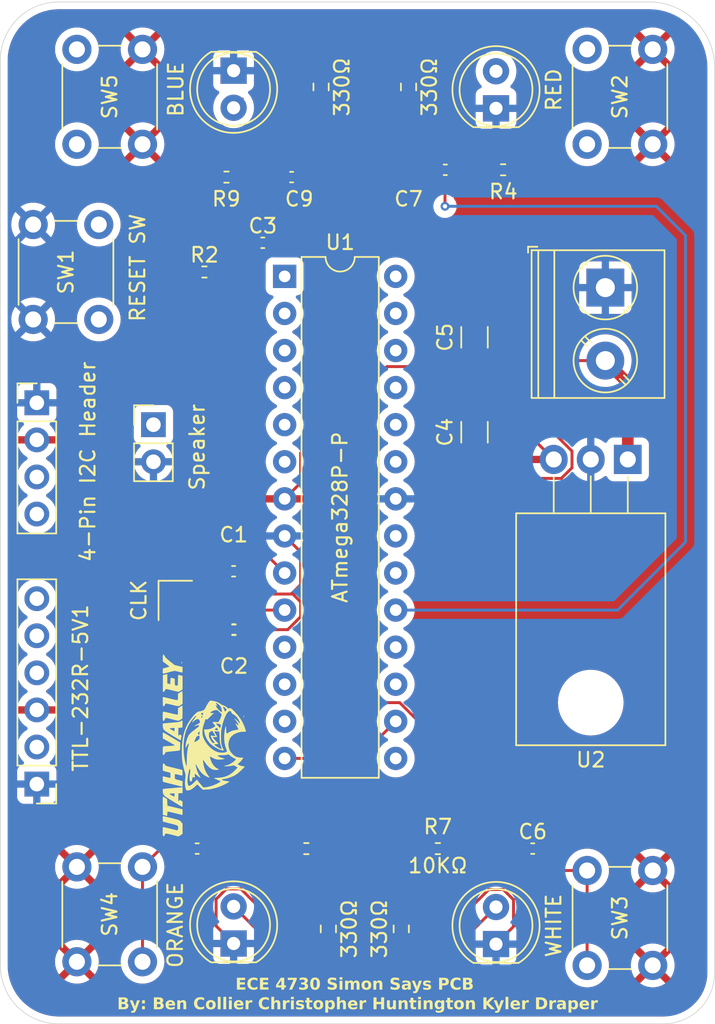
<source format=kicad_pcb>
(kicad_pcb (version 20240108) (generator "pcbnew") (generator_version "8.0")
  (title_block (title "ECE 4730 Simon Says PCB") (date "2024-04-01") (rev "1.0") (company "Utah Valley University"))
  (layers (0 "F.Cu" signal) (31 "B.Cu" signal) (34 "B.Paste" user) (35 "F.Paste" user) (36 "B.SilkS" user "B.Silkscreen") (37 "F.SilkS" user "F.Silkscreen") (38 "B.Mask" user) (39 "F.Mask" user) (44 "Edge.Cuts" user))
  (net 0 "")
  (net 1 "XTAL1")
  (net 2 "GND")
  (net 3 "XTAL2")
  (net 4 "Net-(SW1-B)")
  (net 5 "Net-(U1-~{RESET}{slash}PC6)")
  (net 6 "/+")
  (net 7 "+5V")
  (net 8 "Net-(U1-PB0)")
  (net 9 "Net-(U1-PB5)")
  (net 10 "Net-(U1-PB2)")
  (net 11 "Net-(U1-PD2)")
  (net 12 "Net-(D2-A)")
  (net 13 "Net-(D3-A)")
  (net 14 "Net-(D4-A)")
  (net 15 "Net-(D5-A)")
  (net 16 "Net-(U1-PD5)")
  (net 17 "Net-(TTL-232R-5V1-TXD)")
  (net 19 "Net-(TTL-232R-5V1-RXD)")
  (net 23 "Net-(U1-PC4)")
  (net 29 "Net-(U1-PC5)")
  (net 35 "Net-(C6-Pad1)")
  (net 36 "Net-(C7-Pad1)")
  (net 37 "Net-(C8-Pad1)")
  (net 38 "Net-(C9-Pad1)")
  (footprint "Capacitor_SMD:C_0402_1005Metric" (layer "F.Cu") (at 124.52 107.5)
    (property "Reference" "C2" (at 0 2.5 0) (layer "F.SilkS"))
    (property "Value" "22pF" (hide yes))
    (pad "1" smd roundrect (at -0.48 0) (size 0.56 0.62) (layers "F.Cu" "F.Paste" "F.Mask") (net 3 "XTAL2"))
    (pad "2" smd roundrect (at 0.48 0) (size 0.56 0.62) (layers "F.Cu" "F.Paste" "F.Mask") (net 2 "GND"))
  )
  (footprint "Resistor_SMD:R_0603_1608Metric" (layer "F.Cu") (at 136.5 70.325 90)
    (property "Reference" "R3" (hide yes))
    (property "Value" "330Ω" (at 0 1.43 -90) (layer "F.SilkS"))
    (pad "1" smd roundrect (at -0.825 0 90) (size 0.8 0.95) (layers "F.Cu" "F.Paste" "F.Mask") (net 12 "Net-(D2-A)"))
    (pad "2" smd roundrect (at 0.825 0 90) (size 0.8 0.95) (layers "F.Cu" "F.Paste" "F.Mask") (net 36 "Net-(C7-Pad1)"))
  )
  (footprint "Capacitor_SMD:C_1206_3216Metric" (layer "F.Cu") (at 141.025 87.475 90)
    (property "Reference" "C5" (at 0 -2.025 -90) (layer "F.SilkS"))
    (property "Value" "10uF")
    (pad "1" smd roundrect (at -1.475 0 90) (size 1.15 1.8) (layers "F.Cu" "F.Paste" "F.Mask") (roundrect_rratio 0.217391) (net 2 "GND"))
    (pad "2" smd roundrect (at 1.475 0 90) (size 1.15 1.8) (layers "F.Cu" "F.Paste" "F.Mask") (roundrect_rratio 0.217391) (net 7 "+5V"))
  )
  (footprint "Package_DIP:DIP-28_W7.62mm" (layer "F.Cu") (at 128 83.3)
    (property "Reference" "U1" (at 3.81 -2.33 0) (layer "F.SilkS"))
    (property "Value" "ATmega328P-P" (at 3.8 16.5 90) (layer "F.SilkS"))
    (pad "1" thru_hole rect (at 0 0) (size 1.6 1.6) (drill 0.8) (layers "*.Cu" "*.Mask") (net 5 "Net-(U1-~{RESET}{slash}PC6)"))
    (pad "2" thru_hole oval (at 0 2.54) (size 1.6 1.6) (drill 0.8) (layers "*.Cu" "*.Mask") (net 17 "Net-(TTL-232R-5V1-TXD)"))
    (pad "3" thru_hole oval (at 0 5.08) (size 1.6 1.6) (drill 0.8) (layers "*.Cu" "*.Mask") (net 19 "Net-(TTL-232R-5V1-RXD)"))
    (pad "4" thru_hole oval (at 0 7.62) (size 1.6 1.6) (drill 0.8) (layers "*.Cu" "*.Mask") (net 11 "Net-(U1-PD2)"))
    (pad "5" thru_hole oval (at 0 10.16) (size 1.6 1.6) (drill 0.8) (layers "*.Cu" "*.Mask"))
    (pad "6" thru_hole oval (at 0 12.7) (size 1.6 1.6) (drill 0.8) (layers "*.Cu" "*.Mask"))
    (pad "7" thru_hole oval (at 0 15.24) (size 1.6 1.6) (drill 0.8) (layers "*.Cu" "*.Mask") (net 7 "+5V"))
    (pad "8" thru_hole oval (at 0 17.78) (size 1.6 1.6) (drill 0.8) (layers "*.Cu" "*.Mask") (net 2 "GND"))
    (pad "9" thru_hole oval (at 0 20.32) (size 1.6 1.6) (drill 0.8) (layers "*.Cu" "*.Mask") (net 1 "XTAL1"))
    (pad "10" thru_hole oval (at 0 22.86) (size 1.6 1.6) (drill 0.8) (layers "*.Cu" "*.Mask") (net 3 "XTAL2"))
    (pad "11" thru_hole oval (at 0 25.4) (size 1.6 1.6) (drill 0.8) (layers "*.Cu" "*.Mask") (net 16 "Net-(U1-PD5)"))
    (pad "12" thru_hole oval (at 0 27.94) (size 1.6 1.6) (drill 0.8) (layers "*.Cu" "*.Mask"))
    (pad "13" thru_hole oval (at 0 30.48) (size 1.6 1.6) (drill 0.8) (layers "*.Cu" "*.Mask"))
    (pad "14" thru_hole oval (at 0 33.02) (size 1.6 1.6) (drill 0.8) (layers "*.Cu" "*.Mask") (net 8 "Net-(U1-PB0)"))
    (pad "15" thru_hole oval (at 7.62 33.02) (size 1.6 1.6) (drill 0.8) (layers "*.Cu" "*.Mask"))
    (pad "16" thru_hole oval (at 7.62 30.48) (size 1.6 1.6) (drill 0.8) (layers "*.Cu" "*.Mask") (net 10 "Net-(U1-PB2)"))
    (pad "17" thru_hole oval (at 7.62 27.94) (size 1.6 1.6) (drill 0.8) (layers "*.Cu" "*.Mask"))
    (pad "18" thru_hole oval (at 7.62 25.4) (size 1.6 1.6) (drill 0.8) (layers "*.Cu" "*.Mask"))
    (pad "19" thru_hole oval (at 7.62 22.86) (size 1.6 1.6) (drill 0.8) (layers "*.Cu" "*.Mask") (net 9 "Net-(U1-PB5)"))
    (pad "20" thru_hole oval (at 7.62 20.32) (size 1.6 1.6) (drill 0.8) (layers "*.Cu" "*.Mask"))
    (pad "21" thru_hole oval (at 7.62 17.78) (size 1.6 1.6) (drill 0.8) (layers "*.Cu" "*.Mask"))
    (pad "22" thru_hole oval (at 7.62 15.24) (size 1.6 1.6) (drill 0.8) (layers "*.Cu" "*.Mask") (net 2 "GND"))
    (pad "23" thru_hole oval (at 7.62 12.7) (size 1.6 1.6) (drill 0.8) (layers "*.Cu" "*.Mask"))
    (pad "24" thru_hole oval (at 7.62 10.16) (size 1.6 1.6) (drill 0.8) (layers "*.Cu" "*.Mask"))
    (pad "25" thru_hole oval (at 7.62 7.62) (size 1.6 1.6) (drill 0.8) (layers "*.Cu" "*.Mask"))
    (pad "26" thru_hole oval (at 7.62 5.08) (size 1.6 1.6) (drill 0.8) (layers "*.Cu" "*.Mask"))
    (pad "27" thru_hole oval (at 7.62 2.54) (size 1.6 1.6) (drill 0.8) (layers "*.Cu" "*.Mask") (net 23 "Net-(U1-PC4)"))
    (pad "28" thru_hole oval (at 7.62 0) (size 1.6 1.6) (drill 0.8) (layers "*.Cu" "*.Mask") (net 29 "Net-(U1-PC5)"))
  )
  (footprint "Resistor_SMD:R_0402_1005Metric" (layer "F.Cu") (at 129.49 122.5)
    (property "Reference" "R5" (hide yes))
    (property "Value" "10KΩ" (hide yes))
    (pad "1" smd roundrect (at -0.51 0) (size 0.54 0.64) (layers "F.Cu" "F.Paste" "F.Mask") (net 2 "GND"))
    (pad "2" smd roundrect (at 0.51 0) (size 0.54 0.64) (layers "F.Cu" "F.Paste" "F.Mask") (net 10 "Net-(U1-PB2)"))
  )
  (footprint "TerminalBlock_Phoenix:TerminalBlock_Phoenix_PT-1,5-2-5.0-H_1x02_P5.00mm_Horizontal" (layer "F.Cu") (at 150 84.07 -90)
    (property "Reference" "J1" (hide yes))
    (property "Value" "Screw_Terminal" (hide yes))
    (pad "1" thru_hole rect (at 0 0 270) (size 2.6 2.6) (drill 1.3) (layers "*.Cu" "*.Mask") (net 2 "GND"))
    (pad "2" thru_hole circle (at 5 0 270) (size 2.6 2.6) (drill 1.3) (layers "*.Cu" "*.Mask") (net 6 "/+"))
  )
  (footprint "Resistor_SMD:R_0402_1005Metric" (layer "F.Cu") (at 122.5 83)
    (property "Reference" "R2" (at 0 -1.17 0) (layer "F.SilkS"))
    (property "Value" "10K")
    (pad "1" smd roundrect (at -0.51 0) (size 0.54 0.64) (layers "F.Cu" "F.Paste" "F.Mask") (net 4 "Net-(SW1-B)"))
    (pad "2" smd roundrect (at 0.51 0) (size 0.54 0.64) (layers "F.Cu" "F.Paste" "F.Mask") (net 7 "+5V"))
  )
  (footprint "Resistor_SMD:R_0402_1005Metric" (layer "F.Cu") (at 142.99 76)
    (property "Reference" "R4" (at 0.01 1.5 180) (layer "F.SilkS"))
    (property "Value" "10KΩ" (hide yes))
    (pad "1" smd roundrect (at -0.51 0) (size 0.54 0.64) (layers "F.Cu" "F.Paste" "F.Mask") (net 2 "GND"))
    (pad "2" smd roundrect (at 0.51 0) (size 0.54 0.64) (layers "F.Cu" "F.Paste" "F.Mask") (net 9 "Net-(U1-PB5)"))
  )
  (footprint "Resistor_SMD:R_0402_1005Metric" (layer "F.Cu") (at 138.51 122.5)
    (property "Reference" "R7" (at 0 -1.5 0) (layer "F.SilkS"))
    (property "Value" "10KΩ" (at 0 1.17 0) (layer "F.SilkS"))
    (pad "1" smd roundrect (at -0.51 0) (size 0.54 0.64) (layers "F.Cu" "F.Paste" "F.Mask") (net 2 "GND"))
    (pad "2" smd roundrect (at 0.51 0) (size 0.54 0.64) (layers "F.Cu" "F.Paste" "F.Mask") (net 8 "Net-(U1-PB0)"))
  )
  (footprint "Button_Switch_THT:SW_PUSH_6mm_H5mm" (layer "F.Cu") (at 113.75 74.25 90)
    (property "Reference" "SW5" (at 3.25 2.25 -90) (layer "F.SilkS"))
    (property "Value" "SW_Push" (hide yes))
    (pad "1" thru_hole circle (at 0 0 180) (size 2 2) (drill 1.1) (layers "*.Cu" "*.Mask") (net 38 "Net-(C9-Pad1)"))
    (pad "1" thru_hole circle (at 6.5 0 180) (size 2 2) (drill 1.1) (layers "*.Cu" "*.Mask") (net 38 "Net-(C9-Pad1)"))
    (pad "2" thru_hole circle (at 0 4.5 180) (size 2 2) (drill 1.1) (layers "*.Cu" "*.Mask") (net 7 "+5V"))
    (pad "2" thru_hole circle (at 6.5 4.5 180) (size 2 2) (drill 1.1) (layers "*.Cu" "*.Mask") (net 7 "+5V"))
  )
  (footprint "Capacitor_SMD:C_0402_1005Metric" (layer "F.Cu") (at 124.5 103.5)
    (property "Reference" "C1" (at 0 -2.5 0) (layer "F.SilkS"))
    (property "Value" "22pF" (hide yes))
    (pad "1" smd roundrect (at -0.48 0) (size 0.56 0.62) (layers "F.Cu" "F.Paste" "F.Mask") (net 1 "XTAL1"))
    (pad "2" smd roundrect (at 0.48 0) (size 0.56 0.62) (layers "F.Cu" "F.Paste" "F.Mask") (net 2 "GND"))
  )
  (footprint "Capacitor_SMD:C_0402_1005Metric" (layer "F.Cu") (at 139.02 76)
    (property "Reference" "C7" (at -2.52 2 0) (layer "F.SilkS"))
    (property "Value" "100nF" (hide yes))
    (pad "1" smd roundrect (at -0.48 0) (size 0.56 0.62) (layers "F.Cu" "F.Paste" "F.Mask") (net 36 "Net-(C7-Pad1)"))
    (pad "2" smd roundrect (at 0.48 0) (size 0.56 0.62) (layers "F.Cu" "F.Paste" "F.Mask") (net 9 "Net-(U1-PB5)"))
  )
  (footprint "Capacitor_SMD:C_0402_1005Metric" (layer "F.Cu") (at 126.5 81)
    (property "Reference" "C3" (at 0 -1.16 0) (layer "F.SilkS"))
    (property "Value" "1uF")
    (pad "1" smd roundrect (at -0.48 0) (size 0.56 0.62) (layers "F.Cu" "F.Paste" "F.Mask") (net 5 "Net-(U1-~{RESET}{slash}PC6)"))
    (pad "2" smd roundrect (at 0.48 0) (size 0.56 0.62) (layers "F.Cu" "F.Paste" "F.Mask") (net 4 "Net-(SW1-B)"))
  )
  (footprint "Capacitor_SMD:C_1206_3216Metric" (layer "F.Cu") (at 141.025 93.975 90)
    (property "Reference" "C4" (at 0 -2.025 -90) (layer "F.SilkS"))
    (property "Value" "10uF")
    (pad "1" smd roundrect (at -1.475 0 90) (size 1.15 1.8) (layers "F.Cu" "F.Paste" "F.Mask") (roundrect_rratio 0.217391) (net 2 "GND"))
    (pad "2" smd roundrect (at 1.475 0 90) (size 1.15 1.8) (layers "F.Cu" "F.Paste" "F.Mask") (roundrect_rratio 0.217391) (net 6 "/+"))
  )
  (footprint "Capacitor_SMD:C_0402_1005Metric" (layer "F.Cu") (at 128.48 76.5)
    (property "Reference" "C9" (at 0.52 1.5 0) (layer "F.SilkS"))
    (property "Value" "100nF" (hide yes))
    (pad "1" smd roundrect (at -0.48 0) (size 0.56 0.62) (layers "F.Cu" "F.Paste" "F.Mask") (net 38 "Net-(C9-Pad1)"))
    (pad "2" smd roundrect (at 0.48 0) (size 0.56 0.62) (layers "F.Cu" "F.Paste" "F.Mask") (net 11 "Net-(U1-PD2)"))
  )
  (footprint "LED_THT:LED_D5.0mm" (layer "F.Cu") (at 142.5 129.04 90)
    (property "Reference" "D4" (hide yes))
    (property "Value" "WHITE" (at 1.27 3.96 -90) (layer "F.SilkS"))
    (pad "1" thru_hole rect (at 0 0 90) (size 1.8 1.8) (drill 0.9) (layers "*.Cu" "*.Mask") (net 2 "GND"))
    (pad "2" thru_hole circle (at 2.54 0 90) (size 1.8 1.8) (drill 0.9) (layers "*.Cu" "*.Mask") (net 14 "Net-(D4-A)"))
  )
  (footprint "Connector_PinHeader_2.54mm:PinHeader_1x06_P2.54mm_Vertical" (layer "F.Cu") (at 111 118.08 180)
    (property "Reference" "TTL-232R-5V1" (at -3 6.58 -90) (layer "F.SilkS"))
    (property "Value" "~")
    (pad "1" thru_hole rect (at 0 0 180) (size 1.7 1.7) (drill 1) (layers "*.Cu" "*.Mask") (net 2 "GND"))
    (pad "2" thru_hole oval (at 0 2.54 180) (size 1.7 1.7) (drill 1) (layers "*.Cu" "*.Mask"))
    (pad "3" thru_hole oval (at 0 5.08 180) (size 1.7 1.7) (drill 1) (layers "*.Cu" "*.Mask") (net 7 "+5V"))
    (pad "4" thru_hole oval (at 0 7.62 180) (size 1.7 1.7) (drill 1) (layers "*.Cu" "*.Mask") (net 17 "Net-(TTL-232R-5V1-TXD)"))
    (pad "5" thru_hole oval (at 0 10.16 180) (size 1.7 1.7) (drill 1) (layers "*.Cu" "*.Mask") (net 19 "Net-(TTL-232R-5V1-RXD)"))
    (pad "6" thru_hole oval (at 0 12.7 180) (size 1.7 1.7) (drill 1) (layers "*.Cu" "*.Mask") (net 4 "Net-(SW1-B)"))
  )
  (footprint "LED_THT:LED_D5.0mm" (layer "F.Cu") (at 124.5 69.21 -90)
    (property "Reference" "D5" (hide yes))
    (property "Value" "BLUE" (at 1.27 3.96 90) (layer "F.SilkS"))
    (pad "1" thru_hole rect (at 0 0 270) (size 1.8 1.8) (drill 0.9) (layers "*.Cu" "*.Mask") (net 2 "GND"))
    (pad "2" thru_hole circle (at 2.54 0 270) (size 1.8 1.8) (drill 0.9) (layers "*.Cu" "*.Mask") (net 15 "Net-(D5-A)"))
  )
  (footprint "Connector_PinHeader_2.54mm:PinHeader_1x04_P2.54mm_Vertical" (layer "F.Cu") (at 111 91.96)
    (property "Reference" "U3" (hide yes))
    (property "Value" "4-Pin I2C Header" (at 3.5 4.04 90) (layer "F.SilkS"))
    (pad "1" thru_hole rect (at 0 0) (size 1.7 1.7) (drill 1) (layers "*.Cu" "*.Mask") (net 2 "GND"))
    (pad "2" thru_hole oval (at 0 2.54) (size 1.7 1.7) (drill 1) (layers "*.Cu" "*.Mask") (net 7 "+5V"))
    (pad "3" thru_hole oval (at 0 5.08) (size 1.7 1.7) (drill 1) (layers "*.Cu" "*.Mask") (net 23 "Net-(U1-PC4)"))
    (pad "4" thru_hole oval (at 0 7.62) (size 1.7 1.7) (drill 1) (layers "*.Cu" "*.Mask") (net 29 "Net-(U1-PC5)"))
  )
  (footprint "LED_THT:LED_D5.0mm" (layer "F.Cu") (at 124.5 129 90)
    (property "Reference" "D3" (hide yes))
    (property "Value" "ORANGE" (at 1.27 -4 90) (layer "F.SilkS"))
    (pad "1" thru_hole rect (at 0 0 90) (size 1.8 1.8) (drill 0.9) (layers "*.Cu" "*.Mask") (net 2 "GND"))
    (pad "2" thru_hole circle (at 2.54 0 90) (size 1.8 1.8) (drill 0.9) (layers "*.Cu" "*.Mask") (net 13 "Net-(D3-A)"))
  )
  (footprint "Package_TO_SOT_THT:TO-220-3_Horizontal_TabDown" (layer "F.Cu") (at 151.54 95.84 180)
    (property "Reference" "U2" (at 2.54 -20.58 180) (layer "F.SilkS"))
    (property "Value" "LM7805_TO220")
    (pad "" np_thru_hole oval (at 2.54 -16.66 180) (size 3.5 3.5) (drill 3.5) (layers "*.Cu" "*.Mask"))
    (pad "1" thru_hole rect (at 0 0 180) (size 1.905 2) (drill 1.1) (layers "*.Cu" "*.Mask") (net 6 "/+"))
    (pad "2" thru_hole oval (at 2.54 0 180) (size 1.905 2) (drill 1.1) (layers "*.Cu" "*.Mask") (net 2 "GND"))
    (pad "3" thru_hole oval (at 5.08 0 180) (size 1.905 2) (drill 1.1) (layers "*.Cu" "*.Mask") (net 7 "+5V"))
  )
  (footprint "Capacitor_SMD:C_0402_1005Metric" (layer "F.Cu") (at 122 122.5)
    (property "Reference" "C8" (hide yes))
    (property "Value" "100nF" (hide yes))
    (pad "1" smd roundrect (at -0.48 0) (size 0.56 0.62) (layers "F.Cu" "F.Paste" "F.Mask") (net 37 "Net-(C8-Pad1)"))
    (pad "2" smd roundrect (at 0.48 0) (size 0.56 0.62) (layers "F.Cu" "F.Paste" "F.Mask") (net 10 "Net-(U1-PB2)"))
  )
  (footprint "Crystal:Crystal_SMD_2016-4Pin_2.0x1.6mm" (layer "F.Cu") (at 120.5 105.5 -90)
    (property "Reference" "Y1" (hide yes))
    (property "Value" "CLK" (at 0 2.5 90) (layer "F.SilkS"))
    (pad "1" smd rect (at -0.7 0.55 270) (size 0.9 0.8) (layers "F.Cu" "F.Paste" "F.Mask") (net 1 "XTAL1"))
    (pad "2" smd rect (at 0.7 0.55 270) (size 0.9 0.8) (layers "F.Cu" "F.Paste" "F.Mask") (net 3 "XTAL2"))
    (pad "3" smd rect (at 0.7 -0.55 270) (size 0.9 0.8) (layers "F.Cu" "F.Paste" "F.Mask"))
    (pad "4" smd rect (at -0.7 -0.55 270) (size 0.9 0.8) (layers "F.Cu" "F.Paste" "F.Mask"))
  )
  (footprint "Resistor_SMD:R_0603_1608Metric" (layer "F.Cu") (at 136 128 90)
    (property "Reference" "R8" (hide yes))
    (property "Value" "330Ω" (at 0 -1.5 -90) (layer "F.SilkS"))
    (pad "1" smd roundrect (at -0.825 0 90) (size 0.8 0.95) (layers "F.Cu" "F.Paste" "F.Mask") (net 14 "Net-(D4-A)"))
    (pad "2" smd roundrect (at 0.825 0 90) (size 0.8 0.95) (layers "F.Cu" "F.Paste" "F.Mask") (net 35 "Net-(C6-Pad1)"))
  )
  (footprint "Resistor_SMD:R_0402_1005Metric" (layer "F.Cu") (at 124.01 76.5)
    (property "Reference" "R9" (at -0.01 1.5 0) (layer "F.SilkS"))
    (property "Value" "10KΩ" (hide yes))
    (pad "1" smd roundrect (at -0.51 0) (size 0.54 0.64) (layers "F.Cu" "F.Paste" "F.Mask") (net 2 "GND"))
    (pad "2" smd roundrect (at 0.51 0) (size 0.54 0.64) (layers "F.Cu" "F.Paste" "F.Mask") (net 11 "Net-(U1-PD2)"))
  )
  (footprint "Button_Switch_THT:SW_PUSH_6mm_H5mm" (layer "F.Cu") (at 148.75 74.25 90)
    (property "Reference" "SW2" (at 3.25 2.25 -90) (layer "F.SilkS"))
    (property "Value" "SW_Push" (hide yes))
    (pad "1" thru_hole circle (at 0 0 180) (size 2 2) (drill 1.1) (layers "*.Cu" "*.Mask") (net 36 "Net-(C7-Pad1)"))
    (pad "1" thru_hole circle (at 6.5 0 180) (size 2 2) (drill 1.1) (layers "*.Cu" "*.Mask") (net 36 "Net-(C7-Pad1)"))
    (pad "2" thru_hole circle (at 0 4.5 180) (size 2 2) (drill 1.1) (layers "*.Cu" "*.Mask") (net 7 "+5V"))
    (pad "2" thru_hole circle (at 6.5 4.5 180) (size 2 2) (drill 1.1) (layers "*.Cu" "*.Mask") (net 7 "+5V"))
  )
  (footprint "Button_Switch_THT:SW_PUSH_6mm_H5mm" (layer "F.Cu") (at 110.75 86.25 90)
    (property "Reference" "SW1" (at 3.25 2.25 -90) (layer "F.SilkS"))
    (property "Value" "SW_SPST" (hide yes))
    (pad "1" thru_hole circle (at 0 0 180) (size 2 2) (drill 1.1) (layers "*.Cu" "*.Mask") (net 2 "GND"))
    (pad "1" thru_hole circle (at 6.5 0 180) (size 2 2) (drill 1.1) (layers "*.Cu" "*.Mask") (net 2 "GND"))
    (pad "2" thru_hole circle (at 0 4.5 180) (size 2 2) (drill 1.1) (layers "*.Cu" "*.Mask") (net 4 "Net-(SW1-B)"))
    (pad "2" thru_hole circle (at 6.5 4.5 180) (size 2 2) (drill 1.1) (layers "*.Cu" "*.Mask") (net 4 "Net-(SW1-B)"))
  )
  (footprint "LED_THT:LED_D5.0mm" (layer "F.Cu") (at 142.5 71.79 90)
    (property "Reference" "D2" (hide yes))
    (property "Value" "RED" (at 1.27 3.96 -90) (layer "F.SilkS"))
    (pad "1" thru_hole rect (at 0 0 90) (size 1.8 1.8) (drill 0.9) (layers "*.Cu" "*.Mask") (net 2 "GND"))
    (pad "2" thru_hole circle (at 2.54 0 90) (size 1.8 1.8) (drill 0.9) (layers "*.Cu" "*.Mask") (net 12 "Net-(D2-A)"))
  )
  (footprint "Resistor_SMD:R_0603_1608Metric" (layer "F.Cu") (at 130.5 70.325 90)
    (property "Reference" "R10" (hide yes))
    (property "Value" "330Ω" (at 0 1.43 -90) (layer "F.SilkS"))
    (pad "1" smd roundrect (at -0.825 0 90) (size 0.8 0.95) (layers "F.Cu" "F.Paste" "F.Mask") (net 15 "Net-(D5-A)"))
    (pad "2" smd roundrect (at 0.825 0 90) (size 0.8 0.95) (layers "F.Cu" "F.Paste" "F.Mask") (net 38 "Net-(C9-Pad1)"))
  )
  (footprint "Button_Switch_THT:SW_PUSH_6mm_H5mm" (layer "F.Cu") (at 148.75 130.5 90)
    (property "Reference" "SW3" (at 3.25 2.25 -90) (layer "F.SilkS"))
    (property "Value" "SW_Push" (hide yes))
    (pad "1" thru_hole circle (at 0 0 180) (size 2 2) (drill 1.1) (layers "*.Cu" "*.Mask") (net 35 "Net-(C6-Pad1)"))
    (pad "1" thru_hole circle (at 6.5 0 180) (size 2 2) (drill 1.1) (layers "*.Cu" "*.Mask") (net 35 "Net-(C6-Pad1)"))
    (pad "2" thru_hole circle (at 0 4.5 180) (size 2 2) (drill 1.1) (layers "*.Cu" "*.Mask") (net 7 "+5V"))
    (pad "2" thru_hole circle (at 6.5 4.5 180) (size 2 2) (drill 1.1) (layers "*.Cu" "*.Mask") (net 7 "+5V"))
  )
  (footprint "Logo Footprints:UVU" (layer "F.Cu") (at 122.5 115.5 90)
    (property "Reference" "G***" (hide yes))
    (property "Value" "LOGO" (hide yes))
  )
  (footprint "Connector_PinHeader_2.54mm:PinHeader_1x02_P2.54mm_Vertical" (layer "F.Cu") (at 119 93.46)
    (property "Reference" "LS1" (hide yes))
    (property "Value" "Speaker" (at 3 1.54 90) (layer "F.SilkS"))
    (pad "1" thru_hole rect (at 0 0) (size 1.7 1.7) (drill 1) (layers "*.Cu" "*.Mask") (net 16 "Net-(U1-PD5)"))
    (pad "2" thru_hole oval (at 0 2.54) (size 1.7 1.7) (drill 1) (layers "*.Cu" "*.Mask") (net 2 "GND"))
  )
  (footprint "Button_Switch_THT:SW_PUSH_6mm_H5mm" (layer "F.Cu") (at 118.25 123.75 -90)
    (property "Reference" "SW4" (at 3.25 2.25 90) (layer "F.SilkS"))
    (property "Value" "SW_Push" (hide yes))
    (pad "1" thru_hole circle (at 0 0) (size 2 2) (drill 1.1) (layers "*.Cu" "*.Mask") (net 37 "Net-(C8-Pad1)"))
    (pad "1" thru_hole circle (at 6.5 0) (size 2 2) (drill 1.1) (layers "*.Cu" "*.Mask") (net 37 "Net-(C8-Pad1)"))
    (pad "2" thru_hole circle (at 0 4.5) (size 2 2) (drill 1.1) (layers "*.Cu" "*.Mask") (net 7 "+5V"))
    (pad "2" thru_hole circle (at 6.5 4.5) (size 2 2) (drill 1.1) (layers "*.Cu" "*.Mask") (net 7 "+5V"))
  )
  (footprint "Resistor_SMD:R_0603_1608Metric" (layer "F.Cu") (at 131 128 90)
    (property "Reference" "R6" (hide yes))
    (property "Value" "330Ω" (at 0 1.43 -90) (layer "F.SilkS"))
    (pad "1" smd roundrect (at -0.825 0 90) (size 0.8 0.95) (layers "F.Cu" "F.Paste" "F.Mask") (net 13 "Net-(D3-A)"))
    (pad "2" smd roundrect (at 0.825 0 90) (size 0.8 0.95) (layers "F.Cu" "F.Paste" "F.Mask") (net 37 "Net-(C8-Pad1)"))
  )
  (footprint "Capacitor_SMD:C_0402_1005Metric" (layer "F.Cu") (at 145.02 122.5)
    (property "Reference" "C6" (at 0 -1.16 0) (layer "F.SilkS"))
    (property "Value" "100nF" (hide yes))
    (pad "1" smd roundrect (at -0.48 0) (size 0.56 0.62) (layers "F.Cu" "F.Paste" "F.Mask") (net 35 "Net-(C6-Pad1)"))
    (pad "2" smd roundrect (at 0.48 0) (size 0.56 0.62) (layers "F.Cu" "F.Paste" "F.Mask") (net 8 "Net-(U1-PB0)"))
  )
  (gr_arc (start 112.5 134.5) (mid 109.671573 133.328427) (end 108.5 130.5) (stroke (width 0.05)) (layer "Edge.Cuts"))
  (gr_arc (start 157.5 131) (mid 156.474874 133.474874) (end 154 134.5) (stroke (width 0.05)) (layer "Edge.Cuts"))
  (gr_line (start 157.5 130) (end 157.5 130.5) (stroke (width 0.05)) (layer "Edge.Cuts"))
  (gr_arc (start 108.5 68.5) (mid 109.671573 65.671573) (end 112.5 64.5) (stroke (width 0.05)) (layer "Edge.Cuts"))
  (gr_line (start 157.5 130) (end 157.5 69) (stroke (width 0.05)) (layer "Edge.Cuts"))
  (gr_line (start 108.5 130) (end 108.5 130.5) (stroke (width 0.05)) (layer "Edge.Cuts"))
  (gr_line (start 153.5 134.5) (end 154 134.5) (stroke (width 0.05)) (layer "Edge.Cuts"))
  (gr_arc (start 153 64.5) (mid 156.181981 65.818019) (end 157.5 69) (stroke (width 0.05)) (layer "Edge.Cuts"))
  (gr_line (start 113 134.5) (end 112.5 134.5) (stroke (width 0.05)) (layer "Edge.Cuts"))
  (gr_line (start 113 64.5) (end 112.5 64.5) (stroke (width 0.05)) (layer "Edge.Cuts"))
  (gr_line (start 152.5 64.5) (end 153 64.5) (stroke (width 0.05)) (layer "Edge.Cuts"))
  (gr_line (start 113 64.5) (end 152.5 64.5) (stroke (width 0.05)) (layer "Edge.Cuts"))
  (gr_line (start 108.5 69) (end 108.5 68.5) (stroke (width 0.05)) (layer "Edge.Cuts"))
  (gr_line (start 157.5 130.5) (end 157.5 131) (stroke (width 0.05)) (layer "Edge.Cuts"))
  (gr_line (start 113 134.5) (end 153.5 134.5) (stroke (width 0.05)) (layer "Edge.Cuts"))
  (gr_line (start 108.5 69) (end 108.5 130) (stroke (width 0.05)) (layer "Edge.Cuts"))
  (gr_text "RESET SW\n" (at 118.5 86.5 90) (layer "F.SilkS") (effects (font (size 1 1)) (justify left bottom)))
  (gr_text "ECE 4730 Simon Says PCB \nBy: Ben Collier Christopher Huntington Kyler Draper" (at 133 132.5 0) (layer "F.SilkS") (effects (font (size 0.8 0.8) (thickness 0.125) (bold yes))))
  (segment (start 124.02 103.5) (end 120.6 103.5) (width 0.2) (layer "F.Cu") (net 1))
  (segment (start 119.95 104.15) (end 119.95 104.8) (width 0.2) (layer "F.Cu") (net 1))
  (segment (start 120.6 103.5) (end 119.95 104.15) (width 0.2) (layer "F.Cu") (net 1))
  (segment (start 126.88 102.5) (end 125 102.5) (width 0.2) (layer "F.Cu") (net 1))
  (segment (start 125 102.52) (end 124.02 103.5) (width 0.2) (layer "F.Cu") (net 1))
  (segment (start 125 102.5) (end 125 102.52) (width 0.2) (layer "F.Cu") (net 1))
  (segment (start 128 103.62) (end 126.88 102.5) (width 0.2) (layer "F.Cu") (net 1))
  (segment (start 124.98 107.5) (end 128.215635 107.5) (width 0.2) (layer "F.Cu") (net 2))
  (segment (start 128.98 122.5) (end 128.98 123) (width 0.2) (layer "F.Cu") (net 2))
  (segment (start 147.7125 95.273698) (end 147.7125 96.406302) (width 0.2) (layer "F.Cu") (net 2))
  (segment (start 137.99 122.5) (end 135.225 125.265) (width 0.2) (layer "F.Cu") (net 2))
  (segment (start 123.3 125.962943) (end 123.3 127.8) (width 0.2) (layer "F.Cu") (net 2))
  (segment (start 129.1 106.615635) (end 129.1 105.6) (width 0.2) (layer "F.Cu") (net 2))
  (segment (start 129.1 105.6) (end 128.507818 105.007818) (width 0.2) (layer "F.Cu") (net 2))
  (segment (start 137.935 98.54) (end 141.025 95.45) (width 0.2) (layer "F.Cu") (net 2))
  (segment (start 139.427943 127.875) (end 142.002943 125.3) (width 0.2) (layer "F.Cu") (net 2))
  (segment (start 126.54 105.06) (end 128.455635 105.06) (width 0.2) (layer "F.Cu") (net 2))
  (segment (start 142.997057 125.3) (end 143.7 126.002943) (width 0.2) (layer "F.Cu") (net 2))
  (segment (start 139.825 93.059744) (end 140.365256 93.6) (width 0.2) (layer "F.Cu") (net 2))
  (segment (start 146.038802 93.6) (end 147.7125 95.273698) (width 0.2) (layer "F.Cu") (net 2))
  (segment (start 124.997057 125.26) (end 124.002943 125.26) (width 0.2) (layer "F.Cu") (net 2))
  (segment (start 124.98 103.5) (end 126.54 105.06) (width 0.2) (layer "F.Cu") (net 2))
  (segment (start 124.002943 125.26) (end 123.3 125.962943) (width 0.2) (layer "F.Cu") (net 2))
  (segment (start 143.7 126.002943) (end 143.7 127.84) (width 0.2) (layer "F.Cu") (net 2))
  (segment (start 142.715 97.14) (end 141.025 95.45) (width 0.2) (layer "F.Cu") (net 2))
  (segment (start 131.775 125.795) (end 131.775 127.587648) (width 0.2) (layer "F.Cu") (net 2))
  (segment (start 128.507818 105.007818) (end 129.1 104.415635) (width 0.2) (layer "F.Cu") (net 2))
  (segment (start 135.225 125.265) (end 135.225 126.762352) (width 0.2) (layer "F.Cu") (net 2))
  (segment (start 140.365256 93.6) (end 146.038802 93.6) (width 0.2) (layer "F.Cu") (net 2))
  (segment (start 146.978802 97.14) (end 142.715 97.14) (width 0.2) (layer "F.Cu") (net 2))
  (segment (start 129.1 104.415635) (end 129.1 102.18) (width 0.2) (layer "F.Cu") (net 2))
  (segment (start 143.7 127.84) (end 142.5 129.04) (width 0.2) (layer "F.Cu") (net 2))
  (segment (start 135.62 98.54) (end 137.935 98.54) (width 0.2) (layer "F.Cu") (net 2))
  (segment (start 128.215635 107.5) (end 129.1 106.615635) (width 0.2) (layer "F.Cu") (net 2))
  (segment (start 131.775 127.587648) (end 131.487648 127.875) (width 0.2) (layer "F.Cu") (net 2))
  (segment (start 127.612057 127.875) (end 124.997057 125.26) (width 0.2) (layer "F.Cu") (net 2))
  (segment (start 123.3 127.8) (end 124.5 129) (width 0.2) (layer "F.Cu") (net 2))
  (segment (start 135.225 126.762352) (end 134.112352 127.875) (width 0.2) (layer "F.Cu") (net 2))
  (segment (start 128.455635 105.06) (end 128.507818 105.007818) (width 0.2) (layer "F.Cu") (net 2))
  (segment (start 139.825 90.15) (end 139.825 93.059744) (width 0.2) (layer "F.Cu") (net 2))
  (segment (start 134.112352 127.875) (end 139.427943 127.875) (width 0.2) (layer "F.Cu") (net 2))
  (segment (start 141.025 88.95) (end 139.825 90.15) (width 0.2) (layer "F.Cu") (net 2))
  (segment (start 129.1 102.18) (end 128 101.08) (width 0.2) (layer "F.Cu") (net 2))
  (segment (start 128.98 123) (end 131.775 125.795) (width 0.2) (layer "F.Cu") (net 2))
  (segment (start 131.487648 127.875) (end 127.612057 127.875) (width 0.2) (layer "F.Cu") (net 2))
  (segment (start 142.002943 125.3) (end 142.997057 125.3) (width 0.2) (layer "F.Cu") (net 2))
  (segment (start 147.7125 96.406302) (end 146.978802 97.14) (width 0.2) (layer "F.Cu") (net 2))
  (segment (start 119.95 106.85) (end 119.95 106.2) (width 0.2) (layer "F.Cu") (net 3))
  (segment (start 124.02 107.5) (end 120.6 107.5) (width 0.2) (layer "F.Cu") (net 3))
  (segment (start 120.6 107.5) (end 119.95 106.85) (width 0.2) (layer "F.Cu") (net 3))
  (segment (start 124.02 107.5) (end 125.36 106.16) (width 0.2) (layer "F.Cu") (net 3))
  (segment (start 125.36 106.16) (end 128 106.16) (width 0.2) (layer "F.Cu") (net 3))
  (segment (start 150 89.07) (end 144.455 89.07) (width 0.2) (layer "F.Cu") (net 6))
  (segment (start 151.54 95.84) (end 151.54 90.61) (width 0.8) (layer "F.Cu") (net 6))
  (segment (start 150 89.07) (end 149.93 89.07) (width 0.8) (layer "F.Cu") (net 6))
  (segment (start 144.455 89.07) (end 141.025 92.5) (width 0.2) (layer "F.Cu") (net 6))
  (segment (start 151.54 90.61) (end 150 89.07) (width 0.8) (layer "F.Cu") (net 6))
  (segment (start 137.545 89.48) (end 135.02 89.48) (width 0.2) (layer "F.Cu") (net 7))
  (segment (start 144.62 94) (end 146.46 95.84) (width 0.2) (layer "F.Cu") (net 7))
  (segment (start 129.1 97.44) (end 128 98.54) (width 0.2) (layer "F.Cu") (net 7))
  (segment (start 141.025 86) (end 137.545 89.48) (width 0.2) (layer "F.Cu") (net 7))
  (segment (start 144.62 94) (end 140 94) (width 0.2) (layer "F.Cu") (net 7))
  (segment (start 140 94) (end 138.5 92.5) (width 0.2) (layer "F.Cu") (net 7))
  (segment (start 129.1 95.4) (end 129.1 97.44) (width 0.2) (layer "F.Cu") (net 7))
  (segment (start 138.5 88.525) (end 141.025 86) (width 0.2) (layer "F.Cu") (net 7))
  (segment (start 138.5 92.5) (end 138.5 88.525) (width 0.2) (layer "F.Cu") (net 7))
  (segment (start 135.02 89.48) (end 129.1 95.4) (width 0.2) (layer "F.Cu") (net 7))
  (segment (start 139.01 122.5) (end 139.01 115.614365) (width 0.2) (layer "F.Cu") (net 8))
  (segment (start 130.18 116.32) (end 128 116.32) (width 0.2) (layer "F.Cu") (net 8))
  (segment (start 145.5 122) (end 145 121.5) (width 0.2) (layer "F.Cu") (net 8))
  (segment (start 145.5 122.5) (end 145.5 122) (width 0.2) (layer "F.Cu") (net 8))
  (segment (start 139.01 115.614365) (end 135.895635 112.5) (width 0.2) (layer "F.Cu") (net 8))
  (segment (start 140.01 121.5) (end 139.01 122.5) (width 0.2) (layer "F.Cu") (net 8))
  (segment (start 135.895635 112.5) (end 134 112.5) (width 0.2) (layer "F.Cu") (net 8))
  (segment (start 145 121.5) (end 140.01 121.5) (width 0.2) (layer "F.Cu") (net 8))
  (segment (start 134 112.5) (end 130.18 116.32) (width 0.2) (layer "F.Cu") (net 8))
  (segment (start 139.5 76) (end 139 76.5) (width 0.2) (layer "F.Cu") (net 9))
  (segment (start 139 76.5) (end 139 78.5) (width 0.2) (layer "F.Cu") (net 9))
  (segment (start 138.96 78.46) (end 139 78.5) (width 0.2) (layer "F.Cu") (net 9))
  (via (at 139 78.5) (size 0.6) (drill 0.3) (layers "F.Cu" "B.Cu") (net 9))
  (segment (start 155.5 80.5) (end 155.5 101.5) (width 0.2) (layer "B.Cu") (net 9))
  (segment (start 155.5 101.5) (end 150.84 106.16) (width 0.2) (layer "B.Cu") (net 9))
  (segment (start 150.84 106.16) (end 135.62 106.16) (width 0.2) (layer "B.Cu") (net 9))
  (segment (start 139 78.5) (end 153.5 78.5) (width 0.2) (layer "B.Cu") (net 9))
  (segment (start 153.5 78.5) (end 155.5 80.5) (width 0.2) (layer "B.Cu") (net 9))
  (segment (start 129.5 119.9) (end 130 119.9) (width 0.2) (layer "F.Cu") (net 10))
  (segment (start 135.62 113.78) (end 129.5 119.9) (width 0.2) (layer "F.Cu") (net 10))
  (segment (start 129 121.5) (end 130 122.5) (width 0.2) (layer "F.Cu") (net 10))
  (segment (start 130 119.9) (end 130 122.5) (width 0.2) (layer "F.Cu") (net 10))
  (segment (start 122.48 122.5) (end 123.48 121.5) (width 0.2) (layer "F.Cu") (net 10))
  (segment (start 123.48 121.5) (end 129 121.5) (width 0.2) (layer "F.Cu") (net 10))
  (segment (start 131 128.825) (end 130.825 128.825) (width 0.2) (layer "F.Cu") (net 13))
  (segment (start 126.5 128.46) (end 124.5 126.46) (width 0.2) (layer "F.Cu") (net 13))
  (segment (start 130.5 128.5) (end 126.5 128.5) (width 0.2) (layer "F.Cu") (net 13))
  (segment (start 130.825 128.825) (end 130.5 128.5) (width 0.2) (layer "F.Cu") (net 13))
  (segment (start 126.5 128.5) (end 126.5 128.46) (width 0.2) (layer "F.Cu") (net 13))
  (segment (start 136 128.825) (end 136.175 128.825) (width 0.2) (layer "F.Cu") (net 14))
  (segment (start 140.5 128.5) (end 142.5 126.5) (width 0.2) (layer "F.Cu") (net 14))
  (segment (start 136.175 128.825) (end 136.5 128.5) (width 0.2) (layer "F.Cu") (net 14))
  (segment (start 136.5 128.5) (end 140.5 128.5) (width 0.2) (layer "F.Cu") (net 14))
  (segment (start 125.1 71.15) (end 124.5 71.75) (width 0.2) (layer "F.Cu") (net 15))
  (segment (start 138 124) (end 143.5 124) (width 0.2) (layer "F.Cu") (net 35))
  (segment (start 135.825 127) (end 136 127.175) (width 0.2) (layer "F.Cu") (net 35))
  (segment (start 148.75 130.5) (end 148.75 124) (width 0.2) (layer "F.Cu") (net 35))
  (segment (start 136 127.175) (end 136 126) (width 0.2) (layer "F.Cu") (net 35))
  (segment (start 136 126) (end 138 124) (width 0.2) (layer "F.Cu") (net 35))
  (segment (start 146.04 124) (end 148.75 124) (width 0.2) (layer "F.Cu") (net 35))
  (segment (start 144.54 122.96) (end 144.54 122.5) (width 0.2) (layer "F.Cu") (net 35))
  (segment (start 143.5 124) (end 144.54 122.96) (width 0.2) (layer "F.Cu") (net 35))
  (segment (start 144.54 122.5) (end 146.04 124) (width 0.2) (layer "F.Cu") (net 35))
  (segment (start 131 127.175) (end 131 126) (width 0.2) (layer "F.Cu") (net 37))
  (segment (start 122.5 123.48) (end 121.52 122.5) (width 0.2) (layer "F.Cu") (net 37))
  (segment (start 129 124) (end 123 124) (width 0.2) (layer "F.Cu") (net 37))
  (segment (start 123 124) (end 122.5 123.5) (width 0.2) (layer "F.Cu") (net 37))
  (segment (start 119.5 122.5) (end 118.25 123.75) (width 0.2) (layer "F.Cu") (net 37))
  (segment (start 118.25 123.75) (end 118.25 130.25) (width 0.2) (layer "F.Cu") (net 37))
  (segment (start 131 126) (end 129 124) (width 0.2) (layer "F.Cu") (net 37))
  (segment (start 121.52 122.5) (end 119.5 122.5) (width 0.2) (layer "F.Cu") (net 37))
  (segment (start 122.5 123.5) (end 122.5 123.48) (width 0.2) (layer "F.Cu") (net 37))
  (zone (net 7) (net_name "+5V") (layer "F.Cu") (connect_pads (clearance 0.5)) (min_thickness 0.25) (fill yes (thermal_gap 0.5) (thermal_bridge_width 0.5) (smoothing fillet) (radius 5))
    (polygon (pts (xy 108.5 64.5) (xy 157.42581 64.367637) (xy 157.5 134.5) (xy 108.5 134.5)))
  )
  (zone (net 2) (net_name "GND") (layer "B.Cu") (connect_pads (clearance 0.5)) (min_thickness 0.25) (fill yes (thermal_gap 0.5) (thermal_bridge_width 0.5) (smoothing fillet) (radius 5))
    (polygon (pts (xy 108.5 64.5) (xy 157.42581 64.367637) (xy 157.5 134.5) (xy 108.5 134.5)))
  )
)
</source>
